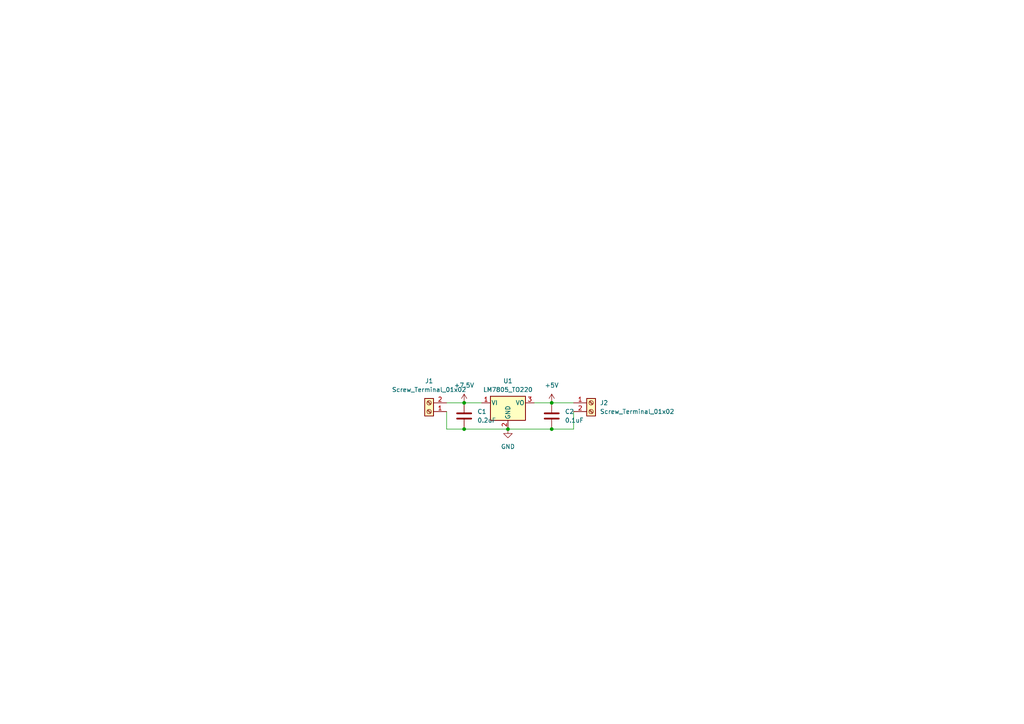
<source format=kicad_sch>
(kicad_sch (version 20231120) (generator "eeschema") (generator_version "8.0")
  (paper "A4")
  (lib_symbols
    (symbol "Connector:Screw_Terminal_01x02" (pin_names (offset 1.016) hide)
      (property "Reference" "J" (at 0 2.54 0))
      (property "Value" "Screw_Terminal_01x02" (at 0 -5.08 0))
      (symbol "Screw_Terminal_01x02_1_1"
        (rectangle (start -1.27 1.27) (end 1.27 -3.81) (stroke (width 0.254)) (fill (type background)))
        (circle (center 0 -2.54) (radius 0.635) (stroke (width 0.1524)))
        (polyline (pts (xy -0.5334 -2.2098) (xy 0.3302 -3.048)) (stroke (width 0.1524)))
        (polyline (pts (xy -0.5334 0.3302) (xy 0.3302 -0.508)) (stroke (width 0.1524)))
        (polyline (pts (xy -0.3556 -2.032) (xy 0.508 -2.8702)) (stroke (width 0.1524)))
        (polyline (pts (xy -0.3556 0.508) (xy 0.508 -0.3302)) (stroke (width 0.1524)))
        (circle (center 0 0) (radius 0.635) (stroke (width 0.1524)))
        (pin passive line (at -5.08 0 0) (length 3.81) (name "Pin_1") (number "1"))
        (pin passive line (at -5.08 -2.54 0) (length 3.81) (name "Pin_2") (number "2"))
      )
    )
    (symbol "Device:C" (pin_numbers hide) (pin_names (offset 0.254))
      (property "Reference" "C" (at 0.635 2.54 0))
      (property "Value" "C" (at 0.635 -2.54 0))
      (symbol "C_0_1"
        (polyline (pts (xy -2.032 -0.762) (xy 2.032 -0.762)) (stroke (width 0.508)))
        (polyline (pts (xy -2.032 0.762) (xy 2.032 0.762)) (stroke (width 0.508)))
      )
      (symbol "C_1_1"
        (pin passive line (at 0 3.81 270) (length 2.794) (name "~") (number "1"))
        (pin passive line (at 0 -3.81 90) (length 2.794) (name "~") (number "2"))
      )
    )
    (symbol "Regulator_Linear:LM7805_TO220" (pin_names (offset 0.254))
      (property "Reference" "U" (at -3.81 3.175 0))
      (property "Value" "LM7805_TO220" (at 0 3.175 0))
      (symbol "LM7805_TO220_0_1"
        (rectangle (start -5.08 1.905) (end 5.08 -5.08) (stroke (width 0.254)) (fill (type background)))
      )
      (symbol "LM7805_TO220_1_1"
        (pin power_in line (at -7.62 0 0) (length 2.54) (name "VI") (number "1"))
        (pin power_in line (at 0 -7.62 90) (length 2.54) (name "GND") (number "2"))
        (pin power_out line (at 7.62 0 180) (length 2.54) (name "VO") (number "3"))
      )
    )
    (symbol "power:+5V" (power) (pin_numbers hide) (pin_names (offset 0) hide)
      (property "Value" "+5V" (at 0 3.556 0))
      (symbol "+5V_0_1"
        (polyline (pts (xy -0.762 1.27) (xy 0 2.54)))
        (polyline (pts (xy 0 0) (xy 0 2.54)))
        (polyline (pts (xy 0 2.54) (xy 0.762 1.27)))
      )
      (symbol "+5V_1_1"
        (pin power_in line (at 0 0 90) (length 0) (name "~") (number "1"))
      )
    )
    (symbol "power:+7.5V" (power) (pin_numbers hide) (pin_names (offset 0) hide)
      (property "Value" "+7.5V" (at 0 3.556 0))
      (symbol "+7.5V_0_1"
        (polyline (pts (xy -0.762 1.27) (xy 0 2.54)))
        (polyline (pts (xy 0 0) (xy 0 2.54)))
        (polyline (pts (xy 0 2.54) (xy 0.762 1.27)))
      )
      (symbol "+7.5V_1_1"
        (pin power_in line (at 0 0 90) (length 0) (name "~") (number "1"))
      )
    )
    (symbol "power:GND" (power) (pin_numbers hide) (pin_names (offset 0) hide)
      (property "Value" "GND" (at 0 -3.81 0))
      (symbol "GND_0_1"
        (polyline (pts (xy 0 0) (xy 0 -1.27) (xy 1.27 -1.27) (xy 0 -2.54) (xy -1.27 -1.27) (xy 0 -1.27)))
      )
      (symbol "GND_1_1"
        (pin power_in line (at 0 0 270) (length 0) (name "~") (number "1"))
      )
    )
  )
  (junction (at 160.02 124.46))
  (junction (at 134.62 116.84))
  (junction (at 134.62 124.46))
  (junction (at 160.02 116.84))
  (junction (at 147.32 124.46))
  (wire (pts (xy 129.54 116.84) (xy 134.62 116.84)))
  (wire (pts (xy 129.54 119.38) (xy 129.54 124.46)))
  (wire (pts (xy 154.94 116.84) (xy 160.02 116.84)))
  (wire (pts (xy 134.62 116.84) (xy 139.7 116.84)))
  (wire (pts (xy 129.54 124.46) (xy 134.62 124.46)))
  (wire (pts (xy 147.32 124.46) (xy 160.02 124.46)))
  (wire (pts (xy 160.02 124.46) (xy 166.37 124.46)))
  (wire (pts (xy 166.37 124.46) (xy 166.37 119.38)))
  (wire (pts (xy 160.02 116.84) (xy 166.37 116.84)))
  (wire (pts (xy 134.62 124.46) (xy 147.32 124.46)))
  (symbol (lib_id "Device:C") (at 134.62 120.65 0) (unit 1)
    (property "Reference" "C1" (at 138.43 119.3799 0) (effects (justify left)))
    (property "Value" "0.2uF" (at 138.43 121.9199 0) (effects (justify left)))
    (property "Footprint" "Capacitor_SMD:C_1206_3216Metric_Pad1.33x1.80mm_HandSolder" (effects (hide yes)))
    (property "Description" "Unpolarized capacitor" (effects (hide yes)))
  )
  (symbol (lib_id "power:GND") (at 147.32 124.46 0) (unit 1)
    (property "Reference" "#PWR01" (effects (hide yes)))
    (property "Value" "GND" (at 147.32 129.54 0))
    (property "Description" "Power symbol creates a global label with name \"GND\" , ground" (effects (hide yes)))
  )
  (symbol (lib_id "Regulator_Linear:LM7805_TO220") (at 147.32 116.84 0) (unit 1)
    (property "Reference" "U1" (at 147.32 110.49 0))
    (property "Value" "LM7805_TO220" (at 147.32 113.03 0))
    (property "Footprint" "Package_TO_SOT_THT:TO-220-3_Vertical" (effects (hide yes)))
    (property "Datasheet" "https://www.onsemi.cn/PowerSolutions/document/MC7800-D.PDF" (effects (hide yes)))
    (property "Description" "Positive 1A 35V Linear Regulator, Fixed Output 5V, TO-220" (effects (hide yes)))
  )
  (symbol (lib_id "Connector:Screw_Terminal_01x02") (at 171.45 116.84 0) (unit 1)
    (property "Reference" "J2" (at 173.99 116.8399 0) (effects (justify left)))
    (property "Value" "Screw_Terminal_01x02" (at 173.99 119.3799 0) (effects (justify left)))
    (property "Footprint" "TerminalBlock_Phoenix:TerminalBlock_Phoenix_MKDS-1,5-2-5.08_1x02_P5.08mm_Horizontal" (effects (hide yes)))
    (property "Description" "Generic screw terminal, single row, 01x02, script generated (kicad-library-utils/schlib/autogen/connector/)" (effects (hide yes)))
  )
  (symbol (lib_id "Connector:Screw_Terminal_01x02") (at 124.46 119.38 180) (unit 1)
    (property "Reference" "J1" (at 124.46 110.49 0))
    (property "Value" "Screw_Terminal_01x02" (at 124.46 113.03 0))
    (property "Footprint" "TerminalBlock_Phoenix:TerminalBlock_Phoenix_MKDS-1,5-2-5.08_1x02_P5.08mm_Horizontal" (effects (hide yes)))
    (property "Description" "Generic screw terminal, single row, 01x02, script generated (kicad-library-utils/schlib/autogen/connector/)" (effects (hide yes)))
  )
  (symbol (lib_id "power:+7.5V") (at 134.62 116.84 0) (unit 1)
    (property "Reference" "#PWR03" (effects (hide yes)))
    (property "Value" "+7.5V" (at 134.62 111.76 0))
    (property "Description" "Power symbol creates a global label with name \"+7.5V\"" (effects (hide yes)))
  )
  (symbol (lib_id "power:+5V") (at 160.02 116.84 0) (unit 1)
    (property "Reference" "#PWR02" (effects (hide yes)))
    (property "Value" "+5V" (at 160.02 111.76 0))
    (property "Description" "Power symbol creates a global label with name \"+5V\"" (effects (hide yes)))
  )
  (symbol (lib_id "Device:C") (at 160.02 120.65 0) (unit 1)
    (property "Reference" "C2" (at 163.83 119.3799 0) (effects (justify left)))
    (property "Value" "0.1uF" (at 163.83 121.9199 0) (effects (justify left)))
    (property "Footprint" "Capacitor_SMD:C_1206_3216Metric_Pad1.33x1.80mm_HandSolder" (effects (hide yes)))
    (property "Description" "Unpolarized capacitor" (effects (hide yes)))
  )
)
</source>
